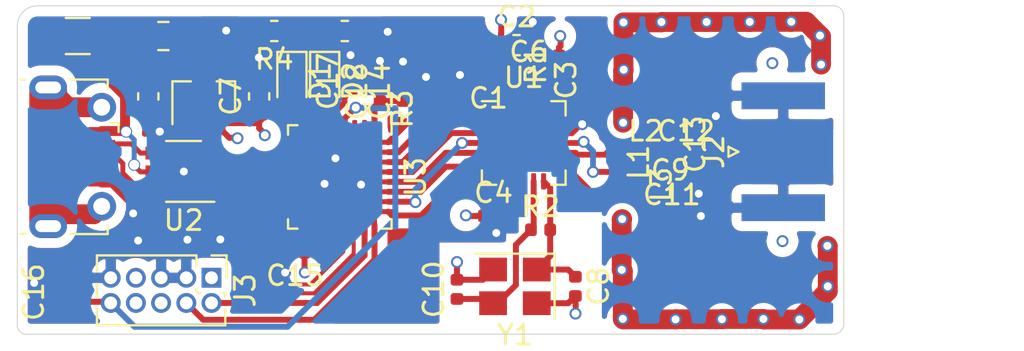
<source format=kicad_pcb>
(kicad_pcb (version 20171130) (host pcbnew "(5.1.4)-1")
  (layers (0 F.Cu signal) (1 In1.Cu power) (2 In2.Cu power) (31 B.Cu signal) (34 B.Paste user) (35 F.Paste user) (36 B.SilkS user) (37 F.SilkS user) (38 B.Mask user) (39 F.Mask user) (44 Edge.Cuts user))
  (net 0 "")
  (net 1 "Net-(C1-Pad1)")
  (net 2 GND)
  (net 3 +3V3)
  (net 4 "Net-(C5-Pad1)")
  (net 5 NRF_XC1)
  (net 6 NRF_VDD_PA)
  (net 7 NRF_XC2)
  (net 8 "Net-(C12-Pad2)")
  (net 9 "Net-(C12-Pad1)")
  (net 10 NRST)
  (net 11 "Net-(D1-Pad1)")
  (net 12 "Net-(D1-Pad2)")
  (net 13 "Net-(D2-Pad2)")
  (net 14 "Net-(D2-Pad1)")
  (net 15 +5V)
  (net 16 "Net-(F1-Pad2)")
  (net 17 "Net-(J1-Pad6)")
  (net 18 USB_conn_D-)
  (net 19 "Net-(J1-Pad4)")
  (net 20 USB_conn_D+)
  (net 21 SWDIO)
  (net 22 SWCLK)
  (net 23 "Net-(J3-Pad6)")
  (net 24 "Net-(J3-Pad7)")
  (net 25 "Net-(J3-Pad8)")
  (net 26 NRF_ANT1)
  (net 27 NRF_ANT2)
  (net 28 "Net-(R1-Pad1)")
  (net 29 "Net-(R3-Pad1)")
  (net 30 NRF_CE)
  (net 31 SPI3_NCS)
  (net 32 SPI3_SCK)
  (net 33 SPI3_MOSI)
  (net 34 SPI3_MISO)
  (net 35 NRF_IRQ)
  (net 36 USB_D+)
  (net 37 USB_D-)
  (net 38 "Net-(U3-Pad2)")
  (net 39 "Net-(U3-Pad3)")
  (net 40 "Net-(U3-Pad6)")
  (net 41 "Net-(U3-Pad7)")
  (net 42 "Net-(U3-Pad10)")
  (net 43 "Net-(U3-Pad11)")
  (net 44 "Net-(U3-Pad12)")
  (net 45 "Net-(U3-Pad13)")
  (net 46 "Net-(U3-Pad14)")
  (net 47 "Net-(U3-Pad15)")
  (net 48 "Net-(U3-Pad18)")
  (net 49 "Net-(U3-Pad19)")
  (net 50 "Net-(U3-Pad20)")
  (module Capacitor_SMD:C_0402_1005Metric (layer F.Cu) (at 136.017 95.9485 180)
    (fp_text reference C1 (at 0 -1.17) (layer F.SilkS))
    (fp_text value 33nF)
    (pad 1 smd roundrect (at -0.485 0 180) (size 0.59 0.64) (layers F.Cu F.Paste F.Mask) (net 1 "Net-(C1-Pad1)"))
    (pad 2 smd roundrect (at 0.485 0 180) (size 0.59 0.64) (layers F.Cu F.Paste F.Mask) (net 2 GND))
  )
  (module Capacitor_SMD:C_0603_1608Metric (layer F.Cu) (at 137.43432 94.43974)
    (fp_text reference C2 (at 0 -1.43) (layer F.SilkS))
    (fp_text value 10uF)
    (pad 2 smd roundrect (at 0.7875 0) (size 0.875 0.95) (layers F.Cu F.Paste F.Mask) (net 2 GND))
    (pad 1 smd roundrect (at -0.7875 0) (size 0.875 0.95) (layers F.Cu F.Paste F.Mask) (net 3 +3V3))
  )
  (module Capacitor_SMD:C_0402_1005Metric (layer F.Cu) (at 141.097 96.2025 90)
    (fp_text reference C3 (at 0 -1.17 90) (layer F.SilkS))
    (fp_text value 10nF)
    (pad 1 smd roundrect (at -0.485 0 90) (size 0.59 0.64) (layers F.Cu F.Paste F.Mask) (net 3 +3V3))
    (pad 2 smd roundrect (at 0.485 0 90) (size 0.59 0.64) (layers F.Cu F.Paste F.Mask) (net 2 GND))
  )
  (module Capacitor_SMD:C_0402_1005Metric (layer F.Cu) (at 136.271 103.0605)
    (fp_text reference C4 (at 0 -1.17) (layer F.SilkS))
    (fp_text value 10nF)
    (pad 1 smd roundrect (at -0.485 0) (size 0.59 0.64) (layers F.Cu F.Paste F.Mask) (net 3 +3V3))
    (pad 2 smd roundrect (at 0.485 0) (size 0.59 0.64) (layers F.Cu F.Paste F.Mask) (net 2 GND))
  )
  (module Capacitor_SMD:C_0603_1608Metric (layer F.Cu) (at 118.872 97.028 270)
    (fp_text reference C5 hide)
    (fp_text value 10uF)
    (pad 1 smd roundrect (at -0.7875 0 270) (size 0.875 0.95) (layers F.Cu F.Paste F.Mask) (net 4 "Net-(C5-Pad1)"))
    (pad 2 smd roundrect (at 0.7875 0 270) (size 0.875 0.95) (layers F.Cu F.Paste F.Mask) (net 2 GND))
  )
  (module Capacitor_SMD:C_0402_1005Metric (layer F.Cu) (at 138.049 95.9485)
    (fp_text reference C6 (at 0 -1.17) (layer F.SilkS))
    (fp_text value 10nF)
    (pad 2 smd roundrect (at 0.485 0) (size 0.59 0.64) (layers F.Cu F.Paste F.Mask) (net 2 GND))
    (pad 1 smd roundrect (at -0.485 0) (size 0.59 0.64) (layers F.Cu F.Paste F.Mask) (net 3 +3V3))
  )
  (module Capacitor_SMD:C_0603_1608Metric (layer F.Cu) (at 124.46 97.028 90)
    (fp_text reference C7 (at 0 -1.43 90) (layer F.SilkS))
    (fp_text value 10uF)
    (pad 1 smd roundrect (at -0.7875 0 90) (size 0.875 0.95) (layers F.Cu F.Paste F.Mask) (net 3 +3V3))
    (pad 2 smd roundrect (at 0.7875 0 90) (size 0.875 0.95) (layers F.Cu F.Paste F.Mask) (net 2 GND))
  )
  (module Capacitor_SMD:C_0402_1005Metric (layer F.Cu) (at 140.3985 106.6165 270)
    (fp_text reference C8 (at 0 -1.17 90) (layer F.SilkS))
    (fp_text value 12pF)
    (pad 1 smd roundrect (at -0.485 0 270) (size 0.59 0.64) (layers F.Cu F.Paste F.Mask) (net 5 NRF_XC1))
    (pad 2 smd roundrect (at 0.485 0 270) (size 0.59 0.64) (layers F.Cu F.Paste F.Mask) (net 2 GND))
  )
  (module Capacitor_SMD:C_0402_1005Metric (layer F.Cu) (at 145.18386 101.92258)
    (fp_text reference C9 (at 0 -1.17) (layer F.SilkS))
    (fp_text value 2nF2)
    (pad 1 smd roundrect (at -0.485 0) (size 0.59 0.64) (layers F.Cu F.Paste F.Mask) (net 6 NRF_VDD_PA))
    (pad 2 smd roundrect (at 0.485 0) (size 0.59 0.64) (layers F.Cu F.Paste F.Mask) (net 2 GND))
  )
  (module Capacitor_SMD:C_0402_1005Metric (layer F.Cu) (at 134.4295 106.7665 90)
    (fp_text reference C10 (at 0 -1.17 90) (layer F.SilkS))
    (fp_text value 12pF)
    (pad 2 smd roundrect (at 0.485 0 90) (size 0.59 0.64) (layers F.Cu F.Paste F.Mask) (net 2 GND))
    (pad 1 smd roundrect (at -0.485 0 90) (size 0.59 0.64) (layers F.Cu F.Paste F.Mask) (net 7 NRF_XC2))
  )
  (module Capacitor_SMD:C_0402_1005Metric (layer F.Cu) (at 145.26006 103.16464)
    (fp_text reference C11 (at 0 -1.17) (layer F.SilkS))
    (fp_text value 4pF7)
    (pad 2 smd roundrect (at 0.485 0) (size 0.59 0.64) (layers F.Cu F.Paste F.Mask) (net 2 GND))
    (pad 1 smd roundrect (at -0.485 0) (size 0.59 0.64) (layers F.Cu F.Paste F.Mask) (net 6 NRF_VDD_PA))
  )
  (module Capacitor_SMD:C_0402_1005Metric (layer F.Cu) (at 145.9738 99.949)
    (fp_text reference C12 (at 0 -1.17) (layer F.SilkS))
    (fp_text value 1pF5)
    (pad 2 smd roundrect (at 0.485 0) (size 0.59 0.64) (layers F.Cu F.Paste F.Mask) (net 8 "Net-(C12-Pad2)"))
    (pad 1 smd roundrect (at -0.485 0) (size 0.59 0.64) (layers F.Cu F.Paste F.Mask) (net 9 "Net-(C12-Pad1)"))
  )
  (module Capacitor_SMD:C_0402_1005Metric (layer F.Cu) (at 147.59686 99.441 90)
    (fp_text reference C13 (at 0 -1.17 90) (layer F.SilkS))
    (fp_text value 1pF)
    (pad 1 smd roundrect (at -0.485 0 90) (size 0.59 0.64) (layers F.Cu F.Paste F.Mask) (net 8 "Net-(C12-Pad2)"))
    (pad 2 smd roundrect (at 0.485 0 90) (size 0.59 0.64) (layers F.Cu F.Paste F.Mask) (net 2 GND))
  )
  (module Capacitor_SMD:C_0402_1005Metric (layer F.Cu) (at 131.699 96.774 90)
    (fp_text reference C14 (at 0 -1.17 90) (layer F.SilkS))
    (fp_text value 1uF)
    (pad 1 smd roundrect (at -0.485 0 90) (size 0.59 0.64) (layers F.Cu F.Paste F.Mask) (net 3 +3V3))
    (pad 2 smd roundrect (at 0.485 0 90) (size 0.59 0.64) (layers F.Cu F.Paste F.Mask) (net 2 GND))
  )
  (module Capacitor_SMD:C_0402_1005Metric (layer F.Cu) (at 126.261 104.902 180)
    (fp_text reference C15 (at 0 -1.17) (layer F.SilkS))
    (fp_text value 100nF)
    (pad 2 smd roundrect (at 0.485 0 180) (size 0.59 0.64) (layers F.Cu F.Paste F.Mask) (net 2 GND))
    (pad 1 smd roundrect (at -0.485 0 180) (size 0.59 0.64) (layers F.Cu F.Paste F.Mask) (net 3 +3V3))
  )
  (module Capacitor_SMD:C_0402_1005Metric (layer F.Cu) (at 114.2619 106.90874 90)
    (fp_text reference C16 (at 0 -1.17 90) (layer F.SilkS))
    (fp_text value 100nF)
    (pad 2 smd roundrect (at 0.485 0 90) (size 0.59 0.64) (layers F.Cu F.Paste F.Mask) (net 2 GND))
    (pad 1 smd roundrect (at -0.485 0 90) (size 0.59 0.64) (layers F.Cu F.Paste F.Mask) (net 10 NRST))
  )
  (module Capacitor_SMD:C_0402_1005Metric (layer F.Cu) (at 129.0955 96.266 90)
    (fp_text reference C17 (at 0 -1.17 90) (layer F.SilkS))
    (fp_text value 100nF)
    (pad 1 smd roundrect (at -0.485 0 90) (size 0.59 0.64) (layers F.Cu F.Paste F.Mask) (net 3 +3V3))
    (pad 2 smd roundrect (at 0.485 0 90) (size 0.59 0.64) (layers F.Cu F.Paste F.Mask) (net 2 GND))
  )
  (module Capacitor_SMD:C_0402_1005Metric (layer F.Cu) (at 130.556 96.774 90)
    (fp_text reference C18 (at 0 -1.17 90) (layer F.SilkS))
    (fp_text value 100nF)
    (pad 2 smd roundrect (at 0.485 0 90) (size 0.59 0.64) (layers F.Cu F.Paste F.Mask) (net 2 GND))
    (pad 1 smd roundrect (at -0.485 0 90) (size 0.59 0.64) (layers F.Cu F.Paste F.Mask) (net 3 +3V3))
  )
  (module LED_SMD:LED_0603_1608Metric (layer F.Cu) (at 126.111 96.266 270)
    (fp_text reference D1 (at 0 -1.43 90) (layer F.SilkS))
    (fp_text value GRE)
    (pad 1 smd roundrect (at -0.7875 0 270) (size 0.875 0.95) (layers F.Cu F.Paste F.Mask) (net 11 "Net-(D1-Pad1)"))
    (pad 2 smd roundrect (at 0.7875 0 270) (size 0.875 0.95) (layers F.Cu F.Paste F.Mask) (net 12 "Net-(D1-Pad2)"))
  )
  (module LED_SMD:LED_0603_1608Metric (layer F.Cu) (at 127.762 96.266 270)
    (fp_text reference D2 (at 0 -1.43 90) (layer F.SilkS))
    (fp_text value YEL)
    (pad 2 smd roundrect (at 0.7875 0 270) (size 0.875 0.95) (layers F.Cu F.Paste F.Mask) (net 13 "Net-(D2-Pad2)"))
    (pad 1 smd roundrect (at -0.7875 0 270) (size 0.875 0.95) (layers F.Cu F.Paste F.Mask) (net 14 "Net-(D2-Pad1)"))
  )
  (module Fuse:Fuse_1206_3216Metric (layer F.Cu) (at 115.316 93.98)
    (fp_text reference F1 hide)
    (fp_text value 100mA)
    (pad 1 smd roundrect (at -1.4 0) (size 1.25 1.75) (layers F.Cu F.Paste F.Mask) (roundrect_rratio 0.2) (net 15 +5V))
    (pad 2 smd roundrect (at 1.4 0) (size 1.25 1.75) (layers F.Cu F.Paste F.Mask) (roundrect_rratio 0.2) (net 16 "Net-(F1-Pad2)"))
  )
  (module Inductor_SMD:L_0805_2012Metric (layer F.Cu) (at 119.634 93.98 180)
    (fp_text reference FB1 hide)
    (fp_text value "100 @100MHz")
    (pad 1 smd roundrect (at -0.9375 0 180) (size 0.975 1.4) (layers F.Cu F.Paste F.Mask) (net 4 "Net-(C5-Pad1)"))
    (pad 2 smd roundrect (at 0.9375 0 180) (size 0.975 1.4) (layers F.Cu F.Paste F.Mask) (net 16 "Net-(F1-Pad2)"))
  )
  (module Connector_USB:USB_Micro-B_Molex-105017-0001 (layer F.Cu) (at 115.062 100.076 270)
    (fp_text reference J1 hide)
    (fp_text value USB_B_Micro)
    (pad 6 smd rect (at 1 1.2375 270) (size 1.5 1.9) (layers F.Cu F.Paste F.Mask) (net 17 "Net-(J1-Pad6)"))
    (pad 6 thru_hole circle (at -2.5 -1.4625 270) (size 1.45 1.45) (drill 0.85) (layers *.Cu *.Mask) (net 17 "Net-(J1-Pad6)"))
    (pad 2 smd rect (at -0.65 -1.4625 270) (size 0.4 1.35) (layers F.Cu F.Paste F.Mask) (net 18 USB_conn_D-))
    (pad 1 smd rect (at -1.3 -1.4625 270) (size 0.4 1.35) (layers F.Cu F.Paste F.Mask) (net 15 +5V))
    (pad 5 smd rect (at 1.3 -1.4625 270) (size 0.4 1.35) (layers F.Cu F.Paste F.Mask) (net 2 GND))
    (pad 4 smd rect (at 0.65 -1.4625 270) (size 0.4 1.35) (layers F.Cu F.Paste F.Mask) (net 19 "Net-(J1-Pad4)"))
    (pad 3 smd rect (at 0 -1.4625 270) (size 0.4 1.35) (layers F.Cu F.Paste F.Mask) (net 20 USB_conn_D+))
    (pad 6 thru_hole circle (at 2.5 -1.4625 270) (size 1.45 1.45) (drill 0.85) (layers *.Cu *.Mask) (net 17 "Net-(J1-Pad6)"))
    (pad 6 smd rect (at -1 1.2375 270) (size 1.5 1.9) (layers F.Cu F.Paste F.Mask) (net 17 "Net-(J1-Pad6)"))
    (pad 6 thru_hole oval (at -3.5 1.2375 90) (size 1.2 1.9) (drill oval 0.6 1.3) (layers *.Cu *.Mask) (net 17 "Net-(J1-Pad6)"))
    (pad 6 thru_hole oval (at 3.5 1.2375 270) (size 1.2 1.9) (drill oval 0.6 1.3) (layers *.Cu *.Mask) (net 17 "Net-(J1-Pad6)"))
    (pad 6 smd rect (at 2.9 1.2375 270) (size 1.2 1.9) (layers F.Cu F.Mask) (net 17 "Net-(J1-Pad6)"))
    (pad 6 smd rect (at -2.9 1.2375 270) (size 1.2 1.9) (layers F.Cu F.Mask) (net 17 "Net-(J1-Pad6)"))
  )
  (module Connector_Coaxial:SMA_Samtec_SMA-J-P-H-ST-EM1_EdgeMount (layer F.Cu) (at 150.876 99.822)
    (fp_text reference J2 (at -3.5 0 90) (layer F.SilkS))
    (fp_text value SMA)
    (pad 2 smd rect (at 0 2.825 90) (size 1.35 4.2) (layers B.Cu B.Paste B.Mask) (net 2 GND))
    (pad 2 smd rect (at 0 -2.825 90) (size 1.35 4.2) (layers B.Cu B.Paste B.Mask) (net 2 GND))
    (pad 2 smd rect (at 0 2.825 90) (size 1.35 4.2) (layers F.Cu F.Paste F.Mask) (net 2 GND))
    (pad 2 smd rect (at 0 -2.825 90) (size 1.35 4.2) (layers F.Cu F.Paste F.Mask) (net 2 GND))
    (pad 1 smd rect (at 0.2 0 90) (size 1.27 3.6) (layers F.Cu F.Paste F.Mask) (net 8 "Net-(C12-Pad2)"))
  )
  (module Connector_PinHeader_1.27mm:PinHeader_2x05_P1.27mm_Vertical (layer F.Cu) (at 122.05716 106.18216 270)
    (fp_text reference J3 (at 0.635 -1.695 90) (layer F.SilkS))
    (fp_text value "ARM 10 pins")
    (pad 1 thru_hole rect (at 0 0 270) (size 1 1) (drill 0.65) (layers *.Cu *.Mask) (net 3 +3V3))
    (pad 2 thru_hole oval (at 1.27 0 270) (size 1 1) (drill 0.65) (layers *.Cu *.Mask) (net 21 SWDIO))
    (pad 3 thru_hole oval (at 0 1.27 270) (size 1 1) (drill 0.65) (layers *.Cu *.Mask) (net 2 GND))
    (pad 4 thru_hole oval (at 1.27 1.27 270) (size 1 1) (drill 0.65) (layers *.Cu *.Mask) (net 22 SWCLK))
    (pad 5 thru_hole oval (at 0 2.54 270) (size 1 1) (drill 0.65) (layers *.Cu *.Mask) (net 2 GND))
    (pad 6 thru_hole oval (at 1.27 2.54 270) (size 1 1) (drill 0.65) (layers *.Cu *.Mask) (net 23 "Net-(J3-Pad6)"))
    (pad 7 thru_hole oval (at 0 3.81 270) (size 1 1) (drill 0.65) (layers *.Cu *.Mask) (net 24 "Net-(J3-Pad7)"))
    (pad 8 thru_hole oval (at 1.27 3.81 270) (size 1 1) (drill 0.65) (layers *.Cu *.Mask) (net 25 "Net-(J3-Pad8)"))
    (pad 9 thru_hole oval (at 0 5.08 270) (size 1 1) (drill 0.65) (layers *.Cu *.Mask) (net 2 GND))
    (pad 10 thru_hole oval (at 1.27 5.08 270) (size 1 1) (drill 0.65) (layers *.Cu *.Mask) (net 10 NRST))
  )
  (module Inductor_SMD:L_0402_1005Metric (layer F.Cu) (at 142.4178 100.353 270)
    (fp_text reference L1 (at 0 -1.17 90) (layer F.SilkS))
    (fp_text value 8nH2)
    (pad 1 smd roundrect (at -0.485 0 270) (size 0.59 0.64) (layers F.Cu F.Paste F.Mask) (net 26 NRF_ANT1))
    (pad 2 smd roundrect (at 0.485 0 270) (size 0.59 0.64) (layers F.Cu F.Paste F.Mask) (net 27 NRF_ANT2))
  )
  (module Inductor_SMD:L_0402_1005Metric (layer F.Cu) (at 143.9418 99.949)
    (fp_text reference L2 (at 0 -1.17) (layer F.SilkS))
    (fp_text value 3nH9)
    (pad 2 smd roundrect (at 0.485 0) (size 0.59 0.64) (layers F.Cu F.Paste F.Mask) (net 9 "Net-(C12-Pad1)"))
    (pad 1 smd roundrect (at -0.485 0) (size 0.59 0.64) (layers F.Cu F.Paste F.Mask) (net 26 NRF_ANT1))
  )
  (module Inductor_SMD:L_0402_1005Metric (layer F.Cu) (at 143.5608 101.473 270)
    (fp_text reference L3 (at 0 -1.17 90) (layer F.SilkS))
    (fp_text value 2nH7)
    (pad 1 smd roundrect (at -0.485 0 270) (size 0.59 0.64) (layers F.Cu F.Paste F.Mask) (net 27 NRF_ANT2))
    (pad 2 smd roundrect (at 0.485 0 270) (size 0.59 0.64) (layers F.Cu F.Paste F.Mask) (net 6 NRF_VDD_PA))
  )
  (module Resistor_SMD:R_0402_1005Metric (layer F.Cu) (at 139.573 95.4405 90)
    (fp_text reference R1 (at 0 -1.17 90) (layer F.SilkS))
    (fp_text value 22k)
    (pad 2 smd roundrect (at 0.485 0 90) (size 0.59 0.64) (layers F.Cu F.Paste F.Mask) (net 3 +3V3))
    (pad 1 smd roundrect (at -0.485 0 90) (size 0.59 0.64) (layers F.Cu F.Paste F.Mask) (net 28 "Net-(R1-Pad1)"))
  )
  (module Resistor_SMD:R_0402_1005Metric (layer F.Cu) (at 138.6435 103.759)
    (fp_text reference R2 (at 0 -1.17) (layer F.SilkS))
    (fp_text value 1M)
    (pad 1 smd roundrect (at -0.485 0) (size 0.59 0.64) (layers F.Cu F.Paste F.Mask) (net 7 NRF_XC2))
    (pad 2 smd roundrect (at 0.485 0) (size 0.59 0.64) (layers F.Cu F.Paste F.Mask) (net 5 NRF_XC1))
  )
  (module Resistor_SMD:R_0402_1005Metric (layer F.Cu) (at 132.842 97.663 90)
    (fp_text reference R3 (at 0 -1.17 90) (layer F.SilkS))
    (fp_text value 10K)
    (pad 1 smd roundrect (at -0.485 0 90) (size 0.59 0.64) (layers F.Cu F.Paste F.Mask) (net 29 "Net-(R3-Pad1)"))
    (pad 2 smd roundrect (at 0.485 0 90) (size 0.59 0.64) (layers F.Cu F.Paste F.Mask) (net 2 GND))
  )
  (module Resistor_SMD:R_0603_1608Metric (layer F.Cu) (at 125.222 93.726 180)
    (fp_text reference R4 (at 0 -1.43) (layer F.SilkS))
    (fp_text value 2k2)
    (pad 2 smd roundrect (at 0.7875 0 180) (size 0.875 0.95) (layers F.Cu F.Paste F.Mask) (net 2 GND))
    (pad 1 smd roundrect (at -0.7875 0 180) (size 0.875 0.95) (layers F.Cu F.Paste F.Mask) (net 11 "Net-(D1-Pad1)"))
  )
  (module Resistor_SMD:R_0603_1608Metric (layer F.Cu) (at 128.778 93.726)
    (fp_text reference R5 hide)
    (fp_text value 2k2)
    (pad 1 smd roundrect (at -0.7875 0) (size 0.875 0.95) (layers F.Cu F.Paste F.Mask) (net 14 "Net-(D2-Pad1)"))
    (pad 2 smd roundrect (at 0.7875 0) (size 0.875 0.95) (layers F.Cu F.Paste F.Mask) (net 2 GND))
  )
  (module Package_TO_SOT_SMD:SOT-23 (layer F.Cu) (at 121.666 97.028 90)
    (fp_text reference RG1 hide)
    (fp_text value XC6206P332MR)
    (pad 1 smd rect (at -1 -0.95 90) (size 0.9 0.8) (layers F.Cu F.Paste F.Mask) (net 2 GND))
    (pad 2 smd rect (at -1 0.95 90) (size 0.9 0.8) (layers F.Cu F.Paste F.Mask) (net 3 +3V3))
    (pad 3 smd rect (at 1 0 90) (size 0.9 0.8) (layers F.Cu F.Paste F.Mask) (net 4 "Net-(C5-Pad1)"))
  )
  (module Package_DFN_QFN:QFN-20-1EP_4x4mm_P0.5mm_EP2.5x2.5mm (layer F.Cu) (at 137.795 99.3775)
    (fp_text reference U1 (at 0 -3.3) (layer F.SilkS))
    (fp_text value nRF24L01P)
    (pad 21 smd roundrect (at 0 0) (size 2.5 2.5) (layers F.Cu F.Mask) (roundrect_rratio 0.1))
    (pad 1 smd roundrect (at -1.9375 -1) (size 0.825 0.25) (layers F.Cu F.Paste F.Mask) (net 30 NRF_CE))
    (pad 2 smd roundrect (at -1.9375 -0.5) (size 0.825 0.25) (layers F.Cu F.Paste F.Mask) (net 31 SPI3_NCS))
    (pad 3 smd roundrect (at -1.9375 0) (size 0.825 0.25) (layers F.Cu F.Paste F.Mask) (net 32 SPI3_SCK))
    (pad 4 smd roundrect (at -1.9375 0.5) (size 0.825 0.25) (layers F.Cu F.Paste F.Mask) (net 33 SPI3_MOSI))
    (pad 5 smd roundrect (at -1.9375 1) (size 0.825 0.25) (layers F.Cu F.Paste F.Mask) (net 34 SPI3_MISO))
    (pad 6 smd roundrect (at -1 1.9375) (size 0.25 0.825) (layers F.Cu F.Paste F.Mask) (net 35 NRF_IRQ))
    (pad 7 smd roundrect (at -0.5 1.9375) (size 0.25 0.825) (layers F.Cu F.Paste F.Mask) (net 3 +3V3))
    (pad 8 smd roundrect (at 0 1.9375) (size 0.25 0.825) (layers F.Cu F.Paste F.Mask) (net 2 GND))
    (pad 9 smd roundrect (at 0.5 1.9375) (size 0.25 0.825) (layers F.Cu F.Paste F.Mask) (net 7 NRF_XC2))
    (pad 10 smd roundrect (at 1 1.9375) (size 0.25 0.825) (layers F.Cu F.Paste F.Mask) (net 5 NRF_XC1))
    (pad 11 smd roundrect (at 1.9375 1) (size 0.825 0.25) (layers F.Cu F.Paste F.Mask) (net 6 NRF_VDD_PA))
    (pad 12 smd roundrect (at 1.9375 0.5) (size 0.825 0.25) (layers F.Cu F.Paste F.Mask) (net 26 NRF_ANT1))
    (pad 13 smd roundrect (at 1.9375 0) (size 0.825 0.25) (layers F.Cu F.Paste F.Mask) (net 27 NRF_ANT2))
    (pad 14 smd roundrect (at 1.9375 -0.5) (size 0.825 0.25) (layers F.Cu F.Paste F.Mask) (net 2 GND))
    (pad 15 smd roundrect (at 1.9375 -1) (size 0.825 0.25) (layers F.Cu F.Paste F.Mask) (net 3 +3V3))
    (pad 16 smd roundrect (at 1 -1.9375) (size 0.25 0.825) (layers F.Cu F.Paste F.Mask) (net 28 "Net-(R1-Pad1)"))
    (pad 17 smd roundrect (at 0.5 -1.9375) (size 0.25 0.825) (layers F.Cu F.Paste F.Mask) (net 2 GND))
    (pad 18 smd roundrect (at 0 -1.9375) (size 0.25 0.825) (layers F.Cu F.Paste F.Mask) (net 3 +3V3))
    (pad 19 smd roundrect (at -0.5 -1.9375) (size 0.25 0.825) (layers F.Cu F.Paste F.Mask) (net 1 "Net-(C1-Pad1)"))
    (pad 20 smd roundrect (at -1 -1.9375) (size 0.25 0.825) (layers F.Cu F.Paste F.Mask) (net 2 GND))
  )
  (module Package_TO_SOT_SMD:TSOT-23-6 (layer F.Cu) (at 120.65 100.838 180)
    (fp_text reference U2 (at 0 -2.45) (layer F.SilkS))
    (fp_text value USBLC6-2SC6)
    (pad 1 smd rect (at -1.31 -0.95 180) (size 1.22 0.65) (layers F.Cu F.Paste F.Mask) (net 36 USB_D+))
    (pad 2 smd rect (at -1.31 0 180) (size 1.22 0.65) (layers F.Cu F.Paste F.Mask) (net 2 GND))
    (pad 3 smd rect (at -1.31 0.95 180) (size 1.22 0.65) (layers F.Cu F.Paste F.Mask) (net 37 USB_D-))
    (pad 4 smd rect (at 1.31 0.95 180) (size 1.22 0.65) (layers F.Cu F.Paste F.Mask) (net 18 USB_conn_D-))
    (pad 5 smd rect (at 1.31 0 180) (size 1.22 0.65) (layers F.Cu F.Paste F.Mask) (net 15 +5V))
    (pad 6 smd rect (at 1.31 -0.95 180) (size 1.22 0.65) (layers F.Cu F.Paste F.Mask) (net 20 USB_conn_D+))
  )
  (module Package_DFN_QFN:QFN-32-1EP_5x5mm_P0.5mm_EP3.45x3.45mm (layer F.Cu) (at 128.524 101.092 270)
    (fp_text reference U3 (at 0 -3.82 90) (layer F.SilkS))
    (fp_text value STM32L432KBU6)
    (pad 33 smd roundrect (at 0 0 270) (size 3.45 3.45) (layers F.Cu F.Mask) (roundrect_rratio 0.072464) (net 2 GND))
    (pad 1 smd roundrect (at -2.4375 -1.75 270) (size 0.875 0.25) (layers F.Cu F.Paste F.Mask) (net 3 +3V3))
    (pad 2 smd roundrect (at -2.4375 -1.25 270) (size 0.875 0.25) (layers F.Cu F.Paste F.Mask) (net 38 "Net-(U3-Pad2)"))
    (pad 3 smd roundrect (at -2.4375 -0.75 270) (size 0.875 0.25) (layers F.Cu F.Paste F.Mask) (net 39 "Net-(U3-Pad3)"))
    (pad 4 smd roundrect (at -2.4375 -0.25 270) (size 0.875 0.25) (layers F.Cu F.Paste F.Mask) (net 10 NRST))
    (pad 5 smd roundrect (at -2.4375 0.25 270) (size 0.875 0.25) (layers F.Cu F.Paste F.Mask) (net 3 +3V3))
    (pad 6 smd roundrect (at -2.4375 0.75 270) (size 0.875 0.25) (layers F.Cu F.Paste F.Mask) (net 40 "Net-(U3-Pad6)"))
    (pad 7 smd roundrect (at -2.4375 1.25 270) (size 0.875 0.25) (layers F.Cu F.Paste F.Mask) (net 41 "Net-(U3-Pad7)"))
    (pad 8 smd roundrect (at -2.4375 1.75 270) (size 0.875 0.25) (layers F.Cu F.Paste F.Mask) (net 13 "Net-(D2-Pad2)"))
    (pad 9 smd roundrect (at -1.75 2.4375 270) (size 0.25 0.875) (layers F.Cu F.Paste F.Mask) (net 12 "Net-(D1-Pad2)"))
    (pad 10 smd roundrect (at -1.25 2.4375 270) (size 0.25 0.875) (layers F.Cu F.Paste F.Mask) (net 42 "Net-(U3-Pad10)"))
    (pad 11 smd roundrect (at -0.75 2.4375 270) (size 0.25 0.875) (layers F.Cu F.Paste F.Mask) (net 43 "Net-(U3-Pad11)"))
    (pad 12 smd roundrect (at -0.25 2.4375 270) (size 0.25 0.875) (layers F.Cu F.Paste F.Mask) (net 44 "Net-(U3-Pad12)"))
    (pad 13 smd roundrect (at 0.25 2.4375 270) (size 0.25 0.875) (layers F.Cu F.Paste F.Mask) (net 45 "Net-(U3-Pad13)"))
    (pad 14 smd roundrect (at 0.75 2.4375 270) (size 0.25 0.875) (layers F.Cu F.Paste F.Mask) (net 46 "Net-(U3-Pad14)"))
    (pad 15 smd roundrect (at 1.25 2.4375 270) (size 0.25 0.875) (layers F.Cu F.Paste F.Mask) (net 47 "Net-(U3-Pad15)"))
    (pad 16 smd roundrect (at 1.75 2.4375 270) (size 0.25 0.875) (layers F.Cu F.Paste F.Mask) (net 2 GND))
    (pad 17 smd roundrect (at 2.4375 1.75 270) (size 0.875 0.25) (layers F.Cu F.Paste F.Mask) (net 3 +3V3))
    (pad 18 smd roundrect (at 2.4375 1.25 270) (size 0.875 0.25) (layers F.Cu F.Paste F.Mask) (net 48 "Net-(U3-Pad18)"))
    (pad 19 smd roundrect (at 2.4375 0.75 270) (size 0.875 0.25) (layers F.Cu F.Paste F.Mask) (net 49 "Net-(U3-Pad19)"))
    (pad 20 smd roundrect (at 2.4375 0.25 270) (size 0.875 0.25) (layers F.Cu F.Paste F.Mask) (net 50 "Net-(U3-Pad20)"))
    (pad 21 smd roundrect (at 2.4375 -0.25 270) (size 0.875 0.25) (layers F.Cu F.Paste F.Mask) (net 37 USB_D-))
    (pad 22 smd roundrect (at 2.4375 -0.75 270) (size 0.875 0.25) (layers F.Cu F.Paste F.Mask) (net 36 USB_D+))
    (pad 23 smd roundrect (at 2.4375 -1.25 270) (size 0.875 0.25) (layers F.Cu F.Paste F.Mask) (net 21 SWDIO))
    (pad 24 smd roundrect (at 2.4375 -1.75 270) (size 0.875 0.25) (layers F.Cu F.Paste F.Mask) (net 22 SWCLK))
    (pad 25 smd roundrect (at 1.75 -2.4375 270) (size 0.25 0.875) (layers F.Cu F.Paste F.Mask) (net 35 NRF_IRQ))
    (pad 26 smd roundrect (at 1.25 -2.4375 270) (size 0.25 0.875) (layers F.Cu F.Paste F.Mask) (net 32 SPI3_SCK))
    (pad 27 smd roundrect (at 0.75 -2.4375 270) (size 0.25 0.875) (layers F.Cu F.Paste F.Mask) (net 34 SPI3_MISO))
    (pad 28 smd roundrect (at 0.25 -2.4375 270) (size 0.25 0.875) (layers F.Cu F.Paste F.Mask) (net 33 SPI3_MOSI))
    (pad 29 smd roundrect (at -0.25 -2.4375 270) (size 0.25 0.875) (layers F.Cu F.Paste F.Mask) (net 31 SPI3_NCS))
    (pad 30 smd roundrect (at -0.75 -2.4375 270) (size 0.25 0.875) (layers F.Cu F.Paste F.Mask) (net 30 NRF_CE))
    (pad 31 smd roundrect (at -1.25 -2.4375 270) (size 0.25 0.875) (layers F.Cu F.Paste F.Mask) (net 29 "Net-(R3-Pad1)"))
    (pad 32 smd roundrect (at -1.75 -2.4375 270) (size 0.25 0.875) (layers F.Cu F.Paste F.Mask) (net 2 GND))
  )
  (module Crystal:Crystal_SMD_3225-4Pin_3.2x2.5mm (layer F.Cu) (at 137.3505 106.6165 180)
    (fp_text reference Y1 (at 0 -2.45) (layer F.SilkS))
    (fp_text value 16Mhz)
    (pad 1 smd rect (at -1.1 0.85 180) (size 1.4 1.2) (layers F.Cu F.Paste F.Mask) (net 5 NRF_XC1))
    (pad 2 smd rect (at 1.1 0.85 180) (size 1.4 1.2) (layers F.Cu F.Paste F.Mask) (net 2 GND))
    (pad 3 smd rect (at 1.1 -0.85 180) (size 1.4 1.2) (layers F.Cu F.Paste F.Mask) (net 7 NRF_XC2))
    (pad 4 smd rect (at -1.1 -0.85 180) (size 1.4 1.2) (layers F.Cu F.Paste F.Mask) (net 2 GND))
  )
  (gr_arc (start 113.284 93.472) (end 113.284 92.456) (angle -90) (layer Edge.Cuts) (width 0.05))
  (gr_arc (start 153.416 92.964) (end 153.924 92.964) (angle -90) (layer Edge.Cuts) (width 0.05))
  (gr_arc (start 153.416 108.5215) (end 153.416 109.0295) (angle -90) (layer Edge.Cuts) (width 0.05))
  (gr_arc (start 112.71201 108.588902) (end 112.268 108.584979) (angle -83.38116883) (layer Edge.Cuts) (width 0.05))
  (gr_line (start 153.924 108.5215) (end 153.924 92.964) (layer Edge.Cuts) (width 0.05))
  (gr_line (start 112.656935 109.0295) (end 153.416 109.0295) (layer Edge.Cuts) (width 0.05))
  (gr_line (start 112.268 93.472) (end 112.268 108.585) (layer Edge.Cuts) (width 0.05))
  (gr_line (start 153.416 92.456) (end 113.284 92.456) (layer Edge.Cuts) (width 0.05))
  (via (at 118.35892 104.30256) (size 0.6) (drill 0.4) (layers F.Cu B.Cu) (net 2))
  (via (at 120.84304 104.25938) (size 0.6) (drill 0.4) (layers F.Cu B.Cu) (net 2))
  (via (at 122.50166 104.24668) (size 0.6) (drill 0.4) (layers F.Cu B.Cu) (net 2))
  (via (at 153.0985 104.5718) (size 0.6) (drill 0.4) (layers F.Cu B.Cu) (net 0))
  (via (at 152.781 95.42272) (size 0.6) (drill 0.4) (layers F.Cu B.Cu) (net 0))
  (via (at 153.11882 106.6165) (size 0.6) (drill 0.4) (layers F.Cu B.Cu) (net 0))
  (via (at 151.68626 108.28782) (size 0.6) (drill 0.4) (layers F.Cu B.Cu) (net 0))
  (via (at 149.87524 108.26242) (size 0.6) (drill 0.4) (layers F.Cu B.Cu) (net 0))
  (via (at 147.78228 108.27512) (size 0.6) (drill 0.4) (layers F.Cu B.Cu) (net 0))
  (via (at 150.8379 104.33304) (size 0.6) (drill 0.4) (layers F.Cu B.Cu) (net 0))
  (via (at 145.44548 108.28274) (size 0.6) (drill 0.4) (layers F.Cu B.Cu) (net 0))
  (via (at 142.78864 108.2548) (size 0.6) (drill 0.4) (layers F.Cu B.Cu) (net 0))
  (via (at 142.73276 105.78338) (size 0.6) (drill 0.4) (layers F.Cu B.Cu) (net 0))
  (via (at 142.75562 103.22052) (size 0.6) (drill 0.4) (layers F.Cu B.Cu) (net 0))
  (via (at 142.80388 98.35642) (size 0.6) (drill 0.4) (layers F.Cu B.Cu) (net 0))
  (via (at 142.83436 95.6818) (size 0.6) (drill 0.4) (layers F.Cu B.Cu) (net 0))
  (via (at 150.32482 95.34906) (size 0.6) (drill 0.4) (layers F.Cu B.Cu) (net 0))
  (via (at 142.82166 93.29166) (size 0.6) (drill 0.4) (layers F.Cu B.Cu) (net 0))
  (via (at 144.73428 93.27134) (size 0.6) (drill 0.4) (layers F.Cu B.Cu) (net 0))
  (via (at 147.01266 93.27134) (size 0.6) (drill 0.4) (layers F.Cu B.Cu) (net 0))
  (via (at 149.1869 93.26626) (size 0.6) (drill 0.4) (layers F.Cu B.Cu) (net 0))
  (via (at 151.27986 93.25864) (size 0.6) (drill 0.4) (layers F.Cu B.Cu) (net 0))
  (via (at 152.72766 93.95714) (size 0.6) (drill 0.4) (layers F.Cu B.Cu) (net 0))
  (segment (start 153.11882 104.59212) (end 153.0985 104.5718) (width 1) (layer F.Cu) (net 0))
  (segment (start 153.11882 106.6165) (end 153.11882 104.59212) (width 1) (layer F.Cu) (net 0))
  (segment (start 153.11882 106.85526) (end 151.68626 108.28782) (width 1) (layer F.Cu) (net 0))
  (segment (start 153.11882 106.6165) (end 153.11882 106.85526) (width 1) (layer F.Cu) (net 0))
  (segment (start 149.90064 108.28782) (end 149.87524 108.26242) (width 1) (layer F.Cu) (net 0))
  (segment (start 151.68626 108.28782) (end 149.90064 108.28782) (width 1) (layer F.Cu) (net 0))
  (segment (start 147.79498 108.26242) (end 147.78228 108.27512) (width 1) (layer F.Cu) (net 0))
  (segment (start 149.87524 108.26242) (end 147.79498 108.26242) (width 1) (layer F.Cu) (net 0))
  (segment (start 145.4531 108.27512) (end 145.44548 108.28274) (width 1) (layer F.Cu) (net 0))
  (segment (start 147.78228 108.27512) (end 145.4531 108.27512) (width 1) (layer F.Cu) (net 0))
  (segment (start 142.81658 108.28274) (end 142.78864 108.2548) (width 1) (layer F.Cu) (net 0))
  (segment (start 145.44548 108.28274) (end 142.81658 108.28274) (width 1) (layer F.Cu) (net 0))
  (segment (start 142.78864 105.83926) (end 142.73276 105.78338) (width 1) (layer F.Cu) (net 0))
  (segment (start 142.78864 108.2548) (end 142.78864 105.83926) (width 1) (layer F.Cu) (net 0))
  (segment (start 142.73276 103.24338) (end 142.75562 103.22052) (width 1) (layer F.Cu) (net 0))
  (segment (start 142.73276 105.78338) (end 142.73276 103.24338) (width 1) (layer F.Cu) (net 0))
  (segment (start 142.80388 95.71228) (end 142.83436 95.6818) (width 1) (layer F.Cu) (net 0))
  (segment (start 142.80388 98.35642) (end 142.80388 95.71228) (width 1) (layer F.Cu) (net 0))
  (segment (start 142.82166 95.6691) (end 142.83436 95.6818) (width 1) (layer F.Cu) (net 0))
  (segment (start 142.82166 93.29166) (end 142.82166 95.6691) (width 1) (layer F.Cu) (net 0))
  (segment (start 144.71396 93.29166) (end 144.73428 93.27134) (width 1) (layer F.Cu) (net 0))
  (segment (start 142.82166 93.29166) (end 144.71396 93.29166) (width 1) (layer F.Cu) (net 0))
  (segment (start 144.73428 93.27134) (end 147.01266 93.27134) (width 1) (layer F.Cu) (net 0))
  (segment (start 149.18182 93.27134) (end 149.1869 93.26626) (width 1) (layer F.Cu) (net 0))
  (segment (start 147.01266 93.27134) (end 149.18182 93.27134) (width 1) (layer F.Cu) (net 0))
  (segment (start 151.27224 93.26626) (end 151.27986 93.25864) (width 1) (layer F.Cu) (net 0))
  (segment (start 149.1869 93.26626) (end 151.27224 93.26626) (width 1) (layer F.Cu) (net 0))
  (segment (start 152.02916 93.25864) (end 152.72766 93.95714) (width 1) (layer F.Cu) (net 0))
  (segment (start 151.27986 93.25864) (end 152.02916 93.25864) (width 1) (layer F.Cu) (net 0))
  (segment (start 152.781 94.01048) (end 152.72766 93.95714) (width 1) (layer F.Cu) (net 0))
  (segment (start 152.781 95.42272) (end 152.781 94.01048) (width 1) (layer F.Cu) (net 0))
  (segment (start 137.295 96.7415) (end 136.502 95.9485) (width 0.3) (layer F.Cu) (net 1))
  (segment (start 137.295 97.44) (end 137.295 96.7415) (width 0.3) (layer F.Cu) (net 1))
  (via (at 119.43842 98.80346) (size 0.6) (drill 0.4) (layers F.Cu B.Cu) (net 2))
  (via (at 119.45366 98.80346) (size 0.6) (drill 0.4) (layers F.Cu B.Cu) (net 2))
  (via (at 120.6627 100.81768) (size 0.6) (drill 0.4) (layers F.Cu B.Cu) (net 2))
  (via (at 124.44222 95.06712) (size 0.6) (drill 0.4) (layers F.Cu B.Cu) (net 2))
  (via (at 122.7963 93.70568) (size 0.6) (drill 0.4) (layers F.Cu B.Cu) (net 2))
  (via (at 130.54838 95.23476) (size 0.6) (drill 0.4) (layers F.Cu B.Cu) (net 2))
  (via (at 130.937 93.76664) (size 0.6) (drill 0.4) (layers F.Cu B.Cu) (net 2))
  (via (at 131.7117 95.27032) (size 0.6) (drill 0.4) (layers F.Cu B.Cu) (net 2))
  (via (at 129.06502 94.9452) (size 0.6) (drill 0.4) (layers F.Cu B.Cu) (net 2))
  (via (at 132.86994 96.04502) (size 0.6) (drill 0.4) (layers F.Cu B.Cu) (net 2))
  (via (at 129.59588 101.48062) (size 0.6) (drill 0.4) (layers F.Cu B.Cu) (net 2))
  (via (at 138.24966 93.26372) (size 0.6) (drill 0.4) (layers F.Cu B.Cu) (net 2))
  (via (at 134.57936 95.94596) (size 0.6) (drill 0.4) (layers F.Cu B.Cu) (net 2))
  (via (at 140.7414 98.43008) (size 0.6) (drill 0.4) (layers F.Cu B.Cu) (net 2))
  (via (at 147.47748 98.02114) (size 0.6) (drill 0.4) (layers F.Cu B.Cu) (net 2))
  (via (at 146.7231 103.06558) (size 0.6) (drill 0.4) (layers F.Cu B.Cu) (net 2))
  (via (at 146.61642 101.93782) (size 0.6) (drill 0.4) (layers F.Cu B.Cu) (net 2))
  (via (at 140.40358 107.99064) (size 0.6) (drill 0.4) (layers F.Cu B.Cu) (net 2))
  (via (at 134.43204 105.38714) (size 0.6) (drill 0.4) (layers F.Cu B.Cu) (net 2))
  (via (at 136.4107 103.92156) (size 0.6) (drill 0.4) (layers F.Cu B.Cu) (net 2))
  (via (at 125.7681 105.918) (size 0.6) (drill 0.4) (layers F.Cu B.Cu) (net 2))
  (via (at 128.30302 100.1522) (size 0.6) (drill 0.4) (layers F.Cu B.Cu) (net 2))
  (via (at 127.75692 101.43998) (size 0.6) (drill 0.4) (layers F.Cu B.Cu) (net 2))
  (segment (start 125.776 103.1525) (end 126.0865 102.842) (width 0.3) (layer F.Cu) (net 2))
  (segment (start 125.776 104.902) (end 125.776 103.1525) (width 0.3) (layer F.Cu) (net 2))
  (segment (start 119.0845 98.028) (end 118.872 97.8155) (width 1) (layer F.Cu) (net 2))
  (segment (start 120.716 98.028) (end 119.0845 98.028) (width 1) (layer F.Cu) (net 2))
  (segment (start 135.7355 106.2815) (end 136.2505 105.7665) (width 0.3) (layer F.Cu) (net 2))
  (segment (start 134.4295 106.2815) (end 135.7355 106.2815) (width 0.3) (layer F.Cu) (net 2))
  (segment (start 140.0335 107.4665) (end 140.3985 107.1015) (width 0.3) (layer F.Cu) (net 2))
  (segment (start 138.4505 107.4665) (end 140.0335 107.4665) (width 0.3) (layer F.Cu) (net 2))
  (segment (start 137.795 101.8275) (end 137.795 101.315) (width 0.3) (layer F.Cu) (net 2))
  (segment (start 137.795 102.03462) (end 137.795 101.8275) (width 0.3) (layer F.Cu) (net 2))
  (segment (start 137.103288 102.726332) (end 137.795 102.03462) (width 0.3) (layer F.Cu) (net 2))
  (segment (start 137.090168 102.726332) (end 137.103288 102.726332) (width 0.3) (layer F.Cu) (net 2))
  (segment (start 136.756 103.0605) (end 137.090168 102.726332) (width 0.3) (layer F.Cu) (net 2))
  (segment (start 138.295 96.1875) (end 138.295 97.44) (width 0.3) (layer F.Cu) (net 2))
  (segment (start 138.534 95.9485) (end 138.295 96.1875) (width 0.3) (layer F.Cu) (net 2))
  (segment (start 117.063502 101.376) (end 118.11 102.422498) (width 0.5) (layer F.Cu) (net 2))
  (segment (start 116.5245 101.376) (end 117.063502 101.376) (width 0.5) (layer F.Cu) (net 2))
  (segment (start 118.11 102.422498) (end 118.11 102.9335) (width 0.5) (layer F.Cu) (net 2))
  (segment (start 118.11 102.9335) (end 118.11 102.9335) (width 0.5) (layer F.Cu) (net 2))
  (via (at 118.11 102.9335) (size 0.8) (drill 0.4) (layers F.Cu B.Cu) (net 2))
  (segment (start 113.8419 106.42374) (end 113.8244 106.44124) (width 0.3) (layer F.Cu) (net 2))
  (segment (start 114.2619 106.42374) (end 113.8419 106.42374) (width 0.3) (layer F.Cu) (net 2))
  (segment (start 113.8244 106.44124) (end 113.1189 106.44124) (width 0.3) (layer F.Cu) (net 2))
  (segment (start 113.1189 106.44124) (end 113.1189 106.44124) (width 0.3) (layer F.Cu) (net 2))
  (via (at 113.1189 106.44124) (size 0.6) (drill 0.4) (layers F.Cu B.Cu) (net 2))
  (segment (start 119.333612 98.38943) (end 119.466121 98.521939) (width 0.3) (layer F.Cu) (net 2))
  (segment (start 118.872 97.8155) (end 119.333612 98.277112) (width 0.3) (layer F.Cu) (net 2))
  (segment (start 119.333612 98.277112) (end 119.333612 98.38943) (width 0.3) (layer F.Cu) (net 2))
  (segment (start 119.466121 98.521939) (end 119.466121 98.7298) (width 0.3) (layer F.Cu) (net 2))
  (segment (start 124.46 95.703) (end 124.45492 95.69792) (width 0.3) (layer F.Cu) (net 2))
  (segment (start 124.46 96.2405) (end 124.46 95.703) (width 0.3) (layer F.Cu) (net 2))
  (segment (start 124.45492 95.69792) (end 124.45492 95.0849) (width 0.3) (layer F.Cu) (net 2))
  (segment (start 123.897 93.726) (end 123.88176 93.71076) (width 0.3) (layer F.Cu) (net 2))
  (segment (start 124.4345 93.726) (end 123.897 93.726) (width 0.3) (layer F.Cu) (net 2))
  (segment (start 123.88176 93.71076) (end 122.8471 93.71076) (width 0.3) (layer F.Cu) (net 2))
  (segment (start 125.776 104.902) (end 125.776 105.86748) (width 0.3) (layer F.Cu) (net 2))
  (segment (start 130.103 93.726) (end 130.11824 93.74124) (width 0.3) (layer F.Cu) (net 2))
  (segment (start 129.5655 93.726) (end 130.103 93.726) (width 0.3) (layer F.Cu) (net 2))
  (segment (start 130.11824 93.74124) (end 130.75158 93.74124) (width 0.3) (layer F.Cu) (net 2))
  (segment (start 129.0955 95.781) (end 129.0955 95.02394) (width 0.3) (layer F.Cu) (net 2))
  (segment (start 130.556 95.894) (end 130.54584 95.88384) (width 0.3) (layer F.Cu) (net 2))
  (segment (start 130.556 96.289) (end 130.556 95.894) (width 0.3) (layer F.Cu) (net 2))
  (segment (start 130.54584 95.88384) (end 130.54584 95.29826) (width 0.3) (layer F.Cu) (net 2))
  (segment (start 131.699 95.894) (end 131.71424 95.87876) (width 0.3) (layer F.Cu) (net 2))
  (segment (start 131.699 96.289) (end 131.699 95.894) (width 0.3) (layer F.Cu) (net 2))
  (segment (start 131.71424 95.87876) (end 131.71424 95.21952) (width 0.3) (layer F.Cu) (net 2))
  (segment (start 130.9615 99.342) (end 131.83532 98.46818) (width 0.3) (layer F.Cu) (net 2))
  (segment (start 132.842 96.783) (end 132.86232 96.76268) (width 0.3) (layer F.Cu) (net 2))
  (segment (start 132.842 97.178) (end 132.842 96.783) (width 0.3) (layer F.Cu) (net 2))
  (segment (start 132.86232 96.76268) (end 132.86232 96.10344) (width 0.3) (layer F.Cu) (net 2))
  (segment (start 135.532 95.9485) (end 134.70128 95.9485) (width 0.3) (layer F.Cu) (net 2))
  (segment (start 138.534 94.75192) (end 138.22182 94.43974) (width 0.3) (layer F.Cu) (net 2))
  (segment (start 138.534 95.9485) (end 138.534 94.75192) (width 0.3) (layer F.Cu) (net 2))
  (segment (start 138.22182 93.86474) (end 138.23696 93.8496) (width 0.3) (layer F.Cu) (net 2))
  (segment (start 138.22182 94.43974) (end 138.22182 93.86474) (width 0.3) (layer F.Cu) (net 2))
  (segment (start 138.23696 93.8496) (end 138.23696 93.27388) (width 0.3) (layer F.Cu) (net 2))
  (segment (start 141.097 95.7175) (end 141.097 94.9452) (width 0.3) (layer F.Cu) (net 2))
  (segment (start 140.228378 98.8775) (end 140.6271 98.478778) (width 0.3) (layer F.Cu) (net 2))
  (segment (start 139.7325 98.8775) (end 140.228378 98.8775) (width 0.3) (layer F.Cu) (net 2))
  (segment (start 136.421832 103.394668) (end 136.421832 103.938368) (width 0.3) (layer F.Cu) (net 2))
  (segment (start 136.756 103.0605) (end 136.421832 103.394668) (width 0.3) (layer F.Cu) (net 2))
  (segment (start 134.4295 106.2815) (end 134.4295 105.49128) (width 0.3) (layer F.Cu) (net 2))
  (segment (start 140.3985 107.4965) (end 140.4112 107.5092) (width 0.3) (layer F.Cu) (net 2))
  (segment (start 140.3985 107.1015) (end 140.3985 107.4965) (width 0.3) (layer F.Cu) (net 2))
  (segment (start 140.4112 107.5092) (end 140.4112 108.04144) (width 0.3) (layer F.Cu) (net 2))
  (segment (start 121.96 100.838) (end 120.7008 100.838) (width 0.3) (layer F.Cu) (net 2))
  (segment (start 147.59686 98.14052) (end 147.47748 98.02114) (width 0.29337) (layer F.Cu) (net 2))
  (segment (start 147.59686 98.956) (end 147.59686 98.14052) (width 0.29337) (layer F.Cu) (net 2))
  (segment (start 146.60118 101.92258) (end 146.61642 101.93782) (width 0.29337) (layer F.Cu) (net 2))
  (segment (start 145.66886 101.92258) (end 146.60118 101.92258) (width 0.29337) (layer F.Cu) (net 2))
  (segment (start 146.62404 103.16464) (end 146.7231 103.06558) (width 0.29337) (layer F.Cu) (net 2))
  (segment (start 145.74506 103.16464) (end 146.62404 103.16464) (width 0.29337) (layer F.Cu) (net 2))
  (via (at 123.36526 99.13874) (size 0.6) (drill 0.4) (layers F.Cu B.Cu) (net 3))
  (via (at 124.74448 98.98634) (size 0.6) (drill 0.4) (layers F.Cu B.Cu) (net 3))
  (via (at 136.64946 93.15958) (size 0.6) (drill 0.4) (layers F.Cu B.Cu) (net 3))
  (via (at 139.63396 93.98) (size 0.6) (drill 0.4) (layers F.Cu B.Cu) (net 3))
  (via (at 134.87908 103.03256) (size 0.6) (drill 0.4) (layers F.Cu B.Cu) (net 3))
  (via (at 126.76124 105.91292) (size 0.6) (drill 0.4) (layers F.Cu B.Cu) (net 3))
  (segment (start 126.746 103.5575) (end 126.774 103.5295) (width 0.3) (layer F.Cu) (net 3))
  (segment (start 126.746 104.902) (end 126.746 103.5575) (width 0.3) (layer F.Cu) (net 3))
  (segment (start 124.2475 98.028) (end 124.46 97.8155) (width 1) (layer F.Cu) (net 3))
  (segment (start 122.616 98.028) (end 124.2475 98.028) (width 1) (layer F.Cu) (net 3))
  (segment (start 128.761332 97.085168) (end 129.0955 96.751) (width 0.3) (layer F.Cu) (net 3))
  (segment (start 128.761332 97.333518) (end 128.761332 97.085168) (width 0.3) (layer F.Cu) (net 3))
  (segment (start 128.274 97.82085) (end 128.761332 97.333518) (width 0.3) (layer F.Cu) (net 3))
  (segment (start 128.274 98.6545) (end 128.274 97.82085) (width 0.3) (layer F.Cu) (net 3))
  (segment (start 130.274 97.541) (end 130.556 97.259) (width 0.3) (layer F.Cu) (net 3))
  (segment (start 130.274 98.6545) (end 130.274 97.541) (width 0.3) (layer F.Cu) (net 3))
  (segment (start 130.556 97.259) (end 131.699 97.259) (width 0.3) (layer F.Cu) (net 3))
  (segment (start 137.295 101.8275) (end 137.295 101.315) (width 0.3) (layer F.Cu) (net 3))
  (segment (start 137.04499 102.07751) (end 137.295 101.8275) (width 0.3) (layer F.Cu) (net 3))
  (segment (start 136.715404 102.07751) (end 137.04499 102.07751) (width 0.3) (layer F.Cu) (net 3))
  (segment (start 136.11099 102.96651) (end 136.11099 102.681924) (width 0.3) (layer F.Cu) (net 3))
  (segment (start 136.11099 102.681924) (end 136.715404 102.07751) (width 0.3) (layer F.Cu) (net 3))
  (segment (start 136.017 103.0605) (end 136.11099 102.96651) (width 0.3) (layer F.Cu) (net 3))
  (segment (start 135.786 103.0605) (end 136.017 103.0605) (width 0.3) (layer F.Cu) (net 3))
  (segment (start 139.7325 98.052) (end 141.097 96.6875) (width 0.3) (layer F.Cu) (net 3))
  (segment (start 139.7325 98.3775) (end 139.7325 98.052) (width 0.3) (layer F.Cu) (net 3))
  (segment (start 137.795 96.1795) (end 137.564 95.9485) (width 0.3) (layer F.Cu) (net 3))
  (segment (start 137.795 97.44) (end 137.795 96.1795) (width 0.3) (layer F.Cu) (net 3))
  (segment (start 122.616 98.778) (end 122.95134 99.11334) (width 0.3) (layer F.Cu) (net 3))
  (segment (start 122.616 98.028) (end 122.616 98.778) (width 0.3) (layer F.Cu) (net 3))
  (segment (start 122.95134 99.11334) (end 123.26112 99.11334) (width 0.3) (layer F.Cu) (net 3))
  (segment (start 124.46 97.8155) (end 124.46 98.63328) (width 0.3) (layer F.Cu) (net 3))
  (segment (start 124.46 98.63328) (end 124.7267 98.89998) (width 0.3) (layer F.Cu) (net 3))
  (segment (start 126.746 104.902) (end 126.746 105.322) (width 0.3) (layer F.Cu) (net 3))
  (segment (start 126.746 105.322) (end 126.746 105.84942) (width 0.3) (layer F.Cu) (net 3))
  (segment (start 139.573 94.5605) (end 139.65174 94.48176) (width 0.3) (layer F.Cu) (net 3))
  (segment (start 139.573 94.9555) (end 139.573 94.5605) (width 0.3) (layer F.Cu) (net 3))
  (segment (start 139.65174 94.48176) (end 139.65174 94.10954) (width 0.3) (layer F.Cu) (net 3))
  (segment (start 137.564 95.35692) (end 136.64682 94.43974) (width 0.3) (layer F.Cu) (net 3))
  (segment (start 137.564 95.9485) (end 137.564 95.35692) (width 0.3) (layer F.Cu) (net 3))
  (segment (start 136.64682 93.86474) (end 136.66216 93.8494) (width 0.3) (layer F.Cu) (net 3))
  (segment (start 136.64682 94.43974) (end 136.64682 93.86474) (width 0.3) (layer F.Cu) (net 3))
  (segment (start 136.66216 93.8494) (end 136.66216 93.23324) (width 0.3) (layer F.Cu) (net 3))
  (segment (start 135.391 103.0605) (end 135.38338 103.06812) (width 0.3) (layer F.Cu) (net 3))
  (segment (start 135.786 103.0605) (end 135.391 103.0605) (width 0.3) (layer F.Cu) (net 3))
  (segment (start 135.38338 103.06812) (end 134.78002 103.06812) (width 0.3) (layer F.Cu) (net 3))
  (segment (start 121.4535 96.2405) (end 121.666 96.028) (width 1) (layer F.Cu) (net 4))
  (segment (start 118.872 96.2405) (end 121.4535 96.2405) (width 1) (layer F.Cu) (net 4))
  (segment (start 121.666 95.0745) (end 120.5715 93.98) (width 1) (layer F.Cu) (net 4))
  (segment (start 121.666 96.028) (end 121.666 95.0745) (width 1) (layer F.Cu) (net 4))
  (segment (start 140.0335 105.7665) (end 140.3985 106.1315) (width 0.3) (layer F.Cu) (net 5))
  (segment (start 138.4505 105.7665) (end 140.0335 105.7665) (width 0.3) (layer F.Cu) (net 5))
  (segment (start 139.1285 105.0885) (end 139.1285 103.759) (width 0.3) (layer F.Cu) (net 5))
  (segment (start 138.4505 105.7665) (end 139.1285 105.0885) (width 0.3) (layer F.Cu) (net 5))
  (segment (start 139.1285 101.6485) (end 138.795 101.315) (width 0.3) (layer F.Cu) (net 5))
  (segment (start 139.1285 103.759) (end 139.1285 101.6485) (width 0.3) (layer F.Cu) (net 5))
  (segment (start 143.5838 101.981) (end 143.5608 101.958) (width 0.3) (layer F.Cu) (net 6))
  (segment (start 144.66344 101.958) (end 144.69886 101.92258) (width 0.29337) (layer F.Cu) (net 6))
  (segment (start 143.5608 101.958) (end 144.66344 101.958) (width 0.29337) (layer F.Cu) (net 6))
  (segment (start 144.77506 101.99878) (end 144.69886 101.92258) (width 0.29337) (layer F.Cu) (net 6))
  (segment (start 144.77506 103.16464) (end 144.77506 101.99878) (width 0.29337) (layer F.Cu) (net 6))
  (segment (start 141.313 101.958) (end 139.7325 100.3775) (width 0.29337) (layer F.Cu) (net 6))
  (segment (start 143.5608 101.958) (end 141.313 101.958) (width 0.29337) (layer F.Cu) (net 6))
  (segment (start 136.0355 107.2515) (end 136.2505 107.4665) (width 0.3) (layer F.Cu) (net 7))
  (segment (start 134.4295 107.2515) (end 136.0355 107.2515) (width 0.3) (layer F.Cu) (net 7))
  (segment (start 137.824332 104.093168) (end 138.1585 103.759) (width 0.3) (layer F.Cu) (net 7))
  (segment (start 137.400499 104.517001) (end 137.824332 104.093168) (width 0.3) (layer F.Cu) (net 7))
  (segment (start 137.400499 106.546503) (end 137.400499 104.517001) (width 0.3) (layer F.Cu) (net 7))
  (segment (start 136.480502 107.4665) (end 137.400499 106.546503) (width 0.3) (layer F.Cu) (net 7))
  (segment (start 136.2505 107.4665) (end 136.480502 107.4665) (width 0.3) (layer F.Cu) (net 7))
  (segment (start 138.295 103.6225) (end 138.295 101.315) (width 0.3) (layer F.Cu) (net 7))
  (segment (start 138.1585 103.759) (end 138.295 103.6225) (width 0.3) (layer F.Cu) (net 7))
  (segment (start 147.4748 99.949) (end 147.4978 99.926) (width 0.3) (layer F.Cu) (net 8))
  (segment (start 150.972 99.926) (end 151.076 99.822) (width 0.3) (layer F.Cu) (net 8))
  (segment (start 147.70086 99.822) (end 147.59686 99.926) (width 0.29337) (layer F.Cu) (net 8))
  (segment (start 151.076 99.822) (end 147.70086 99.822) (width 0.29337) (layer F.Cu) (net 8))
  (segment (start 146.4818 99.926) (end 146.4588 99.949) (width 0.29337) (layer F.Cu) (net 8))
  (segment (start 147.59686 99.926) (end 146.4818 99.926) (width 0.29337) (layer F.Cu) (net 8))
  (segment (start 145.4888 99.949) (end 144.4268 99.949) (width 0.29337) (layer F.Cu) (net 9))
  (via (at 129.3241 97.59442) (size 0.6) (drill 0.4) (layers F.Cu B.Cu) (net 10))
  (segment (start 114.3254 107.33024) (end 114.2619 107.39374) (width 0.3) (layer F.Cu) (net 10))
  (segment (start 128.774 98.133622) (end 129.3495 97.558122) (width 0.3) (layer F.Cu) (net 10))
  (segment (start 128.774 98.6545) (end 128.774 98.133622) (width 0.3) (layer F.Cu) (net 10))
  (segment (start 129.748364 97.59442) (end 129.778844 97.6249) (width 0.3) (layer B.Cu) (net 10))
  (segment (start 129.3241 97.59442) (end 129.748364 97.59442) (width 0.3) (layer B.Cu) (net 10))
  (segment (start 130.86588 97.6249) (end 131.3053 97.6249) (width 0.3) (layer B.Cu) (net 10))
  (segment (start 130.86588 97.6249) (end 131.05892 97.6249) (width 0.3) (layer B.Cu) (net 10))
  (segment (start 129.778844 97.6249) (end 130.86588 97.6249) (width 0.3) (layer B.Cu) (net 10))
  (segment (start 131.3053 97.6249) (end 131.32308 97.64268) (width 0.3) (layer B.Cu) (net 10))
  (segment (start 116.91874 107.39374) (end 116.97716 107.45216) (width 0.3) (layer F.Cu) (net 10))
  (segment (start 114.2619 107.39374) (end 116.91874 107.39374) (width 0.3) (layer F.Cu) (net 10))
  (segment (start 117.477159 107.952159) (end 116.97716 107.45216) (width 0.3) (layer B.Cu) (net 10))
  (segment (start 118.17949 108.65449) (end 117.477159 107.952159) (width 0.3) (layer B.Cu) (net 10))
  (segment (start 125.89165 108.65449) (end 118.17949 108.65449) (width 0.3) (layer B.Cu) (net 10))
  (segment (start 131.32308 103.22306) (end 125.89165 108.65449) (width 0.3) (layer B.Cu) (net 10))
  (segment (start 131.32308 103.22306) (end 131.32308 103.615304) (width 0.3) (layer B.Cu) (net 10))
  (segment (start 131.32308 97.64268) (end 131.32308 103.22306) (width 0.3) (layer B.Cu) (net 10))
  (segment (start 126.111 93.8275) (end 126.0095 93.726) (width 0.3) (layer F.Cu) (net 11))
  (segment (start 126.111 95.4785) (end 126.111 93.8275) (width 0.3) (layer F.Cu) (net 11))
  (segment (start 126.0865 97.078) (end 126.111 97.0535) (width 0.3) (layer F.Cu) (net 12))
  (segment (start 126.0865 99.342) (end 126.0865 97.078) (width 0.3) (layer F.Cu) (net 12))
  (segment (start 126.774 98.0415) (end 127.762 97.0535) (width 0.3) (layer F.Cu) (net 13))
  (segment (start 126.774 98.6545) (end 126.774 98.0415) (width 0.3) (layer F.Cu) (net 13))
  (segment (start 127.762 93.9545) (end 127.9905 93.726) (width 0.3) (layer F.Cu) (net 14))
  (segment (start 127.762 95.4785) (end 127.762 93.9545) (width 0.3) (layer F.Cu) (net 14))
  (via (at 117.7544 98.806) (size 0.6) (drill 0.5) (layers F.Cu B.Cu) (net 15))
  (via (at 118.1608 100.4824) (size 0.6) (drill 0.5) (layers F.Cu B.Cu) (net 15))
  (segment (start 116.5245 98.776) (end 116.9995 98.776) (width 0.25) (layer F.Cu) (net 15))
  (segment (start 119.34 100.838) (end 118.48 100.838) (width 0.25) (layer F.Cu) (net 15))
  (segment (start 118.48 100.838) (end 118.2116 100.5696) (width 0.25) (layer F.Cu) (net 15))
  (segment (start 117.4495 98.776) (end 117.4795 98.806) (width 0.25) (layer F.Cu) (net 15))
  (segment (start 116.5245 98.776) (end 117.4495 98.776) (width 0.25) (layer F.Cu) (net 15))
  (segment (start 117.4795 98.806) (end 117.7036 98.806) (width 0.25) (layer F.Cu) (net 15))
  (segment (start 118.1608 99.2124) (end 117.7544 98.806) (width 0.25) (layer B.Cu) (net 15))
  (segment (start 118.1608 100.4824) (end 118.1608 99.2124) (width 0.25) (layer B.Cu) (net 15))
  (segment (start 117.6995 98.776) (end 116.5245 98.776) (width 0.5) (layer F.Cu) (net 15))
  (segment (start 117.699502 97.012001) (end 117.6995 98.776) (width 0.5) (layer F.Cu) (net 15))
  (segment (start 113.916 93.98) (end 114.667502 93.98) (width 0.5) (layer F.Cu) (net 15))
  (segment (start 114.667502 93.98) (end 117.699502 97.012001) (width 0.5) (layer F.Cu) (net 15))
  (segment (start 116.716 93.98) (end 118.6965 93.98) (width 0.5) (layer F.Cu) (net 16))
  (segment (start 114.8245 97.576) (end 113.8245 96.576) (width 1) (layer F.Cu) (net 17))
  (segment (start 116.5245 97.576) (end 114.8245 97.576) (width 1) (layer F.Cu) (net 17))
  (segment (start 113.8245 102.976) (end 113.8245 101.076) (width 1) (layer F.Cu) (net 17))
  (segment (start 113.8245 101.076) (end 113.8245 99.076) (width 1) (layer F.Cu) (net 17))
  (segment (start 113.8245 99.076) (end 113.8245 97.176) (width 1) (layer F.Cu) (net 17))
  (segment (start 116.1245 102.976) (end 116.5245 102.576) (width 1) (layer F.Cu) (net 17))
  (segment (start 113.8245 102.976) (end 116.1245 102.976) (width 1) (layer F.Cu) (net 17))
  (segment (start 117.4495 99.426) (end 116.5245 99.426) (width 0.25) (layer F.Cu) (net 18))
  (segment (start 118.018 99.426) (end 117.4495 99.426) (width 0.25) (layer F.Cu) (net 18))
  (segment (start 118.48 99.888) (end 118.018 99.426) (width 0.25) (layer F.Cu) (net 18))
  (segment (start 119.34 99.888) (end 118.48 99.888) (width 0.25) (layer F.Cu) (net 18))
  (segment (start 118.48 101.788) (end 119.34 101.788) (width 0.25) (layer F.Cu) (net 20))
  (segment (start 117.586599 100.894599) (end 118.48 101.788) (width 0.25) (layer F.Cu) (net 20))
  (segment (start 117.586599 100.416199) (end 117.586599 100.894599) (width 0.25) (layer F.Cu) (net 20))
  (segment (start 117.2464 100.076) (end 117.586599 100.416199) (width 0.25) (layer F.Cu) (net 20))
  (segment (start 116.5245 100.076) (end 117.2464 100.076) (width 0.25) (layer F.Cu) (net 20))
  (segment (start 129.774 104.067) (end 129.774 103.5295) (width 0.3) (layer F.Cu) (net 21))
  (segment (start 122.764266 107.45216) (end 122.05716 107.45216) (width 0.3) (layer F.Cu) (net 21))
  (segment (start 127.382795 107.45216) (end 122.764266 107.45216) (width 0.3) (layer F.Cu) (net 21))
  (segment (start 129.774 105.060955) (end 127.382795 107.45216) (width 0.3) (layer F.Cu) (net 21))
  (segment (start 129.774 103.5295) (end 129.774 105.060955) (width 0.3) (layer F.Cu) (net 21))
  (segment (start 130.274 104.067) (end 130.274 103.5295) (width 0.3) (layer F.Cu) (net 22))
  (segment (start 121.287159 107.952159) (end 120.78716 107.45216) (width 0.3) (layer F.Cu) (net 22))
  (segment (start 121.637161 108.302161) (end 121.287159 107.952159) (width 0.3) (layer F.Cu) (net 22))
  (segment (start 127.239914 108.302161) (end 121.637161 108.302161) (width 0.3) (layer F.Cu) (net 22))
  (segment (start 130.274 105.268075) (end 127.239914 108.302161) (width 0.3) (layer F.Cu) (net 22))
  (segment (start 130.274 103.5295) (end 130.274 105.268075) (width 0.3) (layer F.Cu) (net 22))
  (segment (start 142.4083 99.8775) (end 142.4178 99.868) (width 0.3) (layer F.Cu) (net 26))
  (segment (start 142.4988 99.949) (end 142.4178 99.868) (width 0.29337) (layer F.Cu) (net 26))
  (segment (start 143.4568 99.949) (end 142.4988 99.949) (width 0.29337) (layer F.Cu) (net 26))
  (segment (start 141.9978 99.868) (end 142.4178 99.868) (width 0.29337) (layer F.Cu) (net 26))
  (segment (start 141.897494 99.968306) (end 141.9978 99.868) (width 0.29337) (layer F.Cu) (net 26))
  (segment (start 140.50465 99.968306) (end 141.897494 99.968306) (width 0.29337) (layer F.Cu) (net 26))
  (segment (start 140.413844 99.8775) (end 140.50465 99.968306) (width 0.29337) (layer F.Cu) (net 26))
  (segment (start 139.7325 99.8775) (end 140.413844 99.8775) (width 0.29337) (layer F.Cu) (net 26))
  (segment (start 141.2875 100.838) (end 141.2875 100.838) (width 0.3) (layer F.Cu) (net 27))
  (via (at 141.2875 100.838) (size 0.6) (drill 0.4) (layers F.Cu B.Cu) (net 27))
  (via (at 140.81506 99.32162) (size 0.6) (drill 0.4) (layers F.Cu B.Cu) (net 27))
  (segment (start 142.5678 100.988) (end 142.4178 100.838) (width 0.29337) (layer F.Cu) (net 27))
  (segment (start 143.5608 100.988) (end 142.5678 100.988) (width 0.29337) (layer F.Cu) (net 27))
  (segment (start 142.4178 100.838) (end 141.2875 100.838) (width 0.29337) (layer F.Cu) (net 27))
  (segment (start 140.75918 99.3775) (end 140.81506 99.32162) (width 0.29337) (layer F.Cu) (net 27))
  (segment (start 139.7325 99.3775) (end 140.75918 99.3775) (width 0.29337) (layer F.Cu) (net 27))
  (segment (start 141.2875 99.79406) (end 140.81506 99.32162) (width 0.29337) (layer B.Cu) (net 27))
  (segment (start 141.2875 100.838) (end 141.2875 99.79406) (width 0.29337) (layer B.Cu) (net 27))
  (segment (start 139.573 96.662) (end 139.573 95.9255) (width 0.3) (layer F.Cu) (net 28))
  (segment (start 138.795 97.44) (end 139.573 96.662) (width 0.3) (layer F.Cu) (net 28))
  (segment (start 132.507832 98.482168) (end 132.842 98.148) (width 0.3) (layer F.Cu) (net 29))
  (segment (start 132.507832 98.816546) (end 132.507832 98.482168) (width 0.3) (layer F.Cu) (net 29))
  (segment (start 131.482378 99.842) (end 132.507832 98.816546) (width 0.3) (layer F.Cu) (net 29))
  (segment (start 130.9615 99.842) (end 131.482378 99.842) (width 0.3) (layer F.Cu) (net 29))
  (segment (start 131.499 100.342) (end 130.9615 100.342) (width 0.3) (layer F.Cu) (net 30))
  (segment (start 131.689498 100.342) (end 131.499 100.342) (width 0.3) (layer F.Cu) (net 30))
  (segment (start 133.653998 98.3775) (end 131.689498 100.342) (width 0.3) (layer F.Cu) (net 30))
  (segment (start 135.8575 98.3775) (end 133.653998 98.3775) (width 0.3) (layer F.Cu) (net 30))
  (segment (start 131.499 100.842) (end 130.9615 100.842) (width 0.3) (layer F.Cu) (net 31))
  (segment (start 132.187586 100.842) (end 131.499 100.842) (width 0.3) (layer F.Cu) (net 31))
  (segment (start 134.152086 98.8775) (end 132.187586 100.842) (width 0.3) (layer F.Cu) (net 31))
  (segment (start 135.8575 98.8775) (end 134.152086 98.8775) (width 0.3) (layer F.Cu) (net 31))
  (via (at 134.6835 99.3775) (size 0.6) (drill 0.4) (layers F.Cu B.Cu) (net 32))
  (via (at 132.334 102.362) (size 0.6) (drill 0.4) (layers F.Cu B.Cu) (net 32))
  (segment (start 130.9615 102.342) (end 132.2505 102.342) (width 0.3) (layer F.Cu) (net 32))
  (segment (start 135.8575 99.3775) (end 134.747 99.3775) (width 0.3) (layer F.Cu) (net 32))
  (segment (start 132.334 101.727) (end 134.6835 99.3775) (width 0.3) (layer B.Cu) (net 32))
  (segment (start 132.334 102.362) (end 132.334 101.727) (width 0.3) (layer B.Cu) (net 32))
  (segment (start 131.499 101.342) (end 130.9615 101.342) (width 0.3) (layer F.Cu) (net 33))
  (segment (start 132.394706 101.342) (end 131.499 101.342) (width 0.3) (layer F.Cu) (net 33))
  (segment (start 133.859206 99.8775) (end 132.394706 101.342) (width 0.3) (layer F.Cu) (net 33))
  (segment (start 135.8575 99.8775) (end 133.859206 99.8775) (width 0.3) (layer F.Cu) (net 33))
  (segment (start 131.499 101.842) (end 130.9615 101.842) (width 0.3) (layer F.Cu) (net 34))
  (segment (start 132.601826 101.842) (end 131.499 101.842) (width 0.3) (layer F.Cu) (net 34))
  (segment (start 133.870616 100.57321) (end 132.601826 101.842) (width 0.3) (layer F.Cu) (net 34))
  (segment (start 135.66179 100.57321) (end 133.870616 100.57321) (width 0.3) (layer F.Cu) (net 34))
  (segment (start 135.8575 100.3775) (end 135.66179 100.57321) (width 0.3) (layer F.Cu) (net 34))
  (segment (start 131.15721 103.03771) (end 130.9615 102.842) (width 0.3) (layer F.Cu) (net 35))
  (segment (start 132.620292 103.03771) (end 131.15721 103.03771) (width 0.3) (layer F.Cu) (net 35))
  (segment (start 136.795 101.315) (end 134.343002 101.315) (width 0.3) (layer F.Cu) (net 35))
  (segment (start 134.343002 101.315) (end 132.620292 103.03771) (width 0.3) (layer F.Cu) (net 35))
  (segment (start 122.132853 101.788) (end 121.96 101.788) (width 0.2) (layer F.Cu) (net 36))
  (segment (start 124.700659 105.516435) (end 124.713691 105.479192) (width 0.2) (layer F.Cu) (net 36))
  (segment (start 124.679666 105.549845) (end 124.700659 105.516435) (width 0.2) (layer F.Cu) (net 36))
  (segment (start 124.651766 105.577745) (end 124.679666 105.549845) (width 0.2) (layer F.Cu) (net 36))
  (segment (start 124.465451 105.633637) (end 124.502694 105.620605) (width 0.2) (layer F.Cu) (net 36))
  (segment (start 124.432041 105.65463) (end 124.465451 105.633637) (width 0.2) (layer F.Cu) (net 36))
  (segment (start 124.404141 105.68253) (end 124.432041 105.65463) (width 0.2) (layer F.Cu) (net 36))
  (segment (start 124.718108 105.439983) (end 124.718108 103.282505) (width 0.2) (layer F.Cu) (net 36))
  (segment (start 124.365698 106.039983) (end 124.365698 105.792393) (width 0.2) (layer F.Cu) (net 36))
  (segment (start 123.223603 101.788) (end 122.132853 101.788) (width 0.2) (layer F.Cu) (net 36))
  (segment (start 124.370116 106.079192) (end 124.365698 106.039983) (width 0.2) (layer F.Cu) (net 36))
  (segment (start 124.713691 105.479192) (end 124.718108 105.439983) (width 0.2) (layer F.Cu) (net 36))
  (segment (start 124.365698 105.792393) (end 124.370116 105.753183) (width 0.2) (layer F.Cu) (net 36))
  (segment (start 124.383148 106.116435) (end 124.370116 106.079192) (width 0.2) (layer F.Cu) (net 36))
  (segment (start 124.718108 106.392393) (end 124.713691 106.353183) (width 0.2) (layer F.Cu) (net 36))
  (segment (start 125.293707 106.967992) (end 124.718108 106.392393) (width 0.2) (layer F.Cu) (net 36))
  (segment (start 124.432041 106.177745) (end 124.404141 106.149845) (width 0.2) (layer F.Cu) (net 36))
  (segment (start 124.370116 105.753183) (end 124.383148 105.71594) (width 0.2) (layer F.Cu) (net 36))
  (segment (start 129.223991 104.974554) (end 127.230553 106.967992) (width 0.2) (layer F.Cu) (net 36))
  (segment (start 129.274 103.5295) (end 129.223991 103.579509) (width 0.2) (layer F.Cu) (net 36))
  (segment (start 124.718108 103.282505) (end 123.223603 101.788) (width 0.2) (layer F.Cu) (net 36))
  (segment (start 127.230553 106.967992) (end 125.293707 106.967992) (width 0.2) (layer F.Cu) (net 36))
  (segment (start 129.223991 103.579509) (end 129.223991 104.974554) (width 0.2) (layer F.Cu) (net 36))
  (segment (start 124.581113 105.61177) (end 124.618356 105.598738) (width 0.2) (layer F.Cu) (net 36))
  (segment (start 124.679666 106.28253) (end 124.651766 106.25463) (width 0.2) (layer F.Cu) (net 36))
  (segment (start 124.713691 106.353183) (end 124.700659 106.31594) (width 0.2) (layer F.Cu) (net 36))
  (segment (start 124.651766 106.25463) (end 124.618356 106.233637) (width 0.2) (layer F.Cu) (net 36))
  (segment (start 124.618356 106.233637) (end 124.581113 106.220605) (width 0.2) (layer F.Cu) (net 36))
  (segment (start 124.383148 105.71594) (end 124.404141 105.68253) (width 0.2) (layer F.Cu) (net 36))
  (segment (start 124.581113 106.220605) (end 124.502694 106.21177) (width 0.2) (layer F.Cu) (net 36))
  (segment (start 124.404141 106.149845) (end 124.383148 106.116435) (width 0.2) (layer F.Cu) (net 36))
  (segment (start 124.618356 105.598738) (end 124.651766 105.577745) (width 0.2) (layer F.Cu) (net 36))
  (segment (start 124.502694 106.21177) (end 124.465451 106.198738) (width 0.2) (layer F.Cu) (net 36))
  (segment (start 124.502694 105.620605) (end 124.581113 105.61177) (width 0.2) (layer F.Cu) (net 36))
  (segment (start 124.700659 106.31594) (end 124.679666 106.28253) (width 0.2) (layer F.Cu) (net 36))
  (segment (start 124.465451 106.198738) (end 124.432041 106.177745) (width 0.2) (layer F.Cu) (net 36))
  (segment (start 122.284999 100.212999) (end 121.96 99.888) (width 0.2) (layer F.Cu) (net 37))
  (segment (start 122.810001 100.212999) (end 122.284999 100.212999) (width 0.2) (layer F.Cu) (net 37))
  (segment (start 122.870001 100.272999) (end 122.810001 100.212999) (width 0.2) (layer F.Cu) (net 37))
  (segment (start 125.480099 106.518001) (end 125.168099 106.206001) (width 0.2) (layer F.Cu) (net 37))
  (segment (start 125.168099 103.096099) (end 122.870001 100.798001) (width 0.2) (layer F.Cu) (net 37))
  (segment (start 127.044161 106.518001) (end 125.480099 106.518001) (width 0.2) (layer F.Cu) (net 37))
  (segment (start 128.69901 103.5295) (end 128.69901 104.863152) (width 0.2) (layer F.Cu) (net 37))
  (segment (start 128.774 103.5295) (end 128.69901 103.5295) (width 0.2) (layer F.Cu) (net 37))
  (segment (start 128.69901 104.863152) (end 127.044161 106.518001) (width 0.2) (layer F.Cu) (net 37))
  (segment (start 125.168099 106.206001) (end 125.168099 103.096099) (width 0.2) (layer F.Cu) (net 37))
  (segment (start 122.870001 100.798001) (end 122.870001 100.272999) (width 0.2) (layer F.Cu) (net 37))
  (zone (net 2) (net_name GND) (layer F.Cu) (connect_pads (clearance 0.508)) (min_thickness 0.254) (fill yes (arc_segments 32) (thermal_gap 0.508) (thermal_bridge_width 0.508))
    (polygon (pts (xy 112.268 92.456) (xy 153.924 92.456) (xy 153.924 108.966) (xy 141.732 108.966) (xy 141.732 102.87) (xy 139.954 102.87) (xy 139.446 102.87) (xy 139.446 101.092) (xy 139.192 101.092) (xy 139.192 100.838) (xy 137.9855 100.838) (xy 137.9855 103.124) (xy 137.541 103.124) (xy 137.541 103.9495) (xy 136.906 103.9495) (xy 136.906 104.394) (xy 133.5405 104.394) (xy 133.5405 109.0295) (xy 112.268 109.0295)))
  )
  (zone (net 2) (net_name GND) (layer F.Cu) (connect_pads (clearance 0.508)) (min_thickness 0.254) (fill yes (arc_segments 32) (thermal_gap 0.508) (thermal_bridge_width 0.508))
    (polygon (pts (xy 112.268 92.456) (xy 153.924 92.456) (xy 153.924 108.966) (xy 141.732 108.966) (xy 141.732 102.87) (xy 139.954 102.87) (xy 139.446 102.87) (xy 139.446 101.092) (xy 139.192 101.092) (xy 139.192 100.838) (xy 137.9855 100.838) (xy 137.9855 103.124) (xy 137.541 103.124) (xy 137.541 103.9495) (xy 136.906 103.9495) (xy 136.906 104.394) (xy 133.5405 104.394) (xy 133.5405 109.0295) (xy 112.268 109.0295)))
  )
  (zone (net 2) (net_name GND) (layer B.Cu) (connect_pads (clearance 0.508)) (min_thickness 0.254) (fill yes (arc_segments 32) (thermal_gap 0.508) (thermal_bridge_width 0.508))
    (polygon (pts (xy 112.268 92.456) (xy 153.924 92.456) (xy 153.924 108.966) (xy 141.732 108.966) (xy 141.732 102.87) (xy 139.954 102.87) (xy 139.446 102.87) (xy 139.446 101.092) (xy 139.192 101.092) (xy 139.192 100.838) (xy 137.9855 100.838) (xy 137.9855 103.124) (xy 137.541 103.124) (xy 137.541 103.9495) (xy 136.906 103.9495) (xy 136.906 104.394) (xy 133.5405 104.394) (xy 133.5405 109.0295) (xy 112.268 109.0295)))
  )
)
</source>
